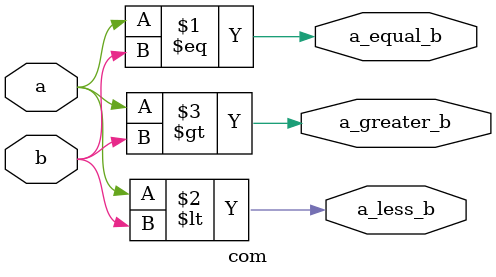
<source format=v>
module com (a,b,a_equal_b,a_less_b,a_greater_b);

input a,b;
output a_equal_b,a_less_b,a_greater_b;

assign a_equal_b =(a == b);
assign a_less_b = ( a<b );
assign a_greater_b =(a>b);

endmodule

</source>
